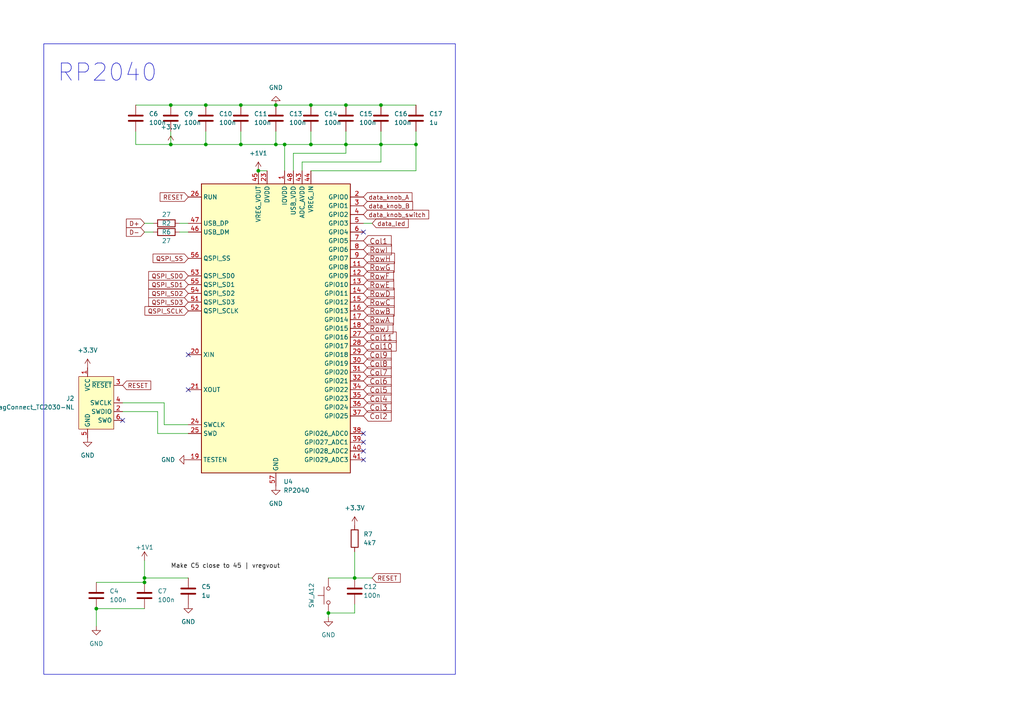
<source format=kicad_sch>
(kicad_sch (version 20230121) (generator eeschema)
  (paper "A4")
  (lib_symbols
    (symbol "Connector:Conn_ARM_SWD_TagConnect_TC2030-NL" (in_bom no)
      (property "Reference" "J" (at 2.54 11.43 0))
      (property "Value" "Conn_ARM_SWD_TagConnect_TC2030-NL" (at 2.54 8.89 0))
      (symbol "Conn_ARM_SWD_TagConnect_TC2030-NL_0_0"
        (pin power_in line (at -2.54 10.16 270) (length 2.54) (name "VCC") (number "1"))
        (pin bidirectional line (at 7.62 -2.54 180) (length 2.54) (name "SWDIO") (number "2"))
        (pin open_collector line (at 7.62 5.08 180) (length 2.54) (name "~{RESET}") (number "3"))
        (pin output line (at 7.62 0 180) (length 2.54) (name "SWCLK") (number "4"))
        (pin power_in line (at -2.54 -10.16 90) (length 2.54) (name "GND") (number "5"))
        (pin input line (at 7.62 -5.08 180) (length 2.54) (name "SWO") (number "6"))
      )
      (symbol "Conn_ARM_SWD_TagConnect_TC2030-NL_0_1"
        (rectangle (start -5.08 7.62) (end 5.08 -7.62) (fill (type background)))
      )
    )
    (symbol "Device:C" (pin_numbers hide) (pin_names (offset 0.254))
      (property "Reference" "C" (at 0.635 2.54 0))
      (property "Value" "C" (at 0.635 -2.54 0))
      (symbol "C_0_1"
        (polyline (pts (xy -2.032 -0.762) (xy 2.032 -0.762)) (stroke (width 0.508)))
        (polyline (pts (xy -2.032 0.762) (xy 2.032 0.762)) (stroke (width 0.508)))
      )
      (symbol "C_1_1"
        (pin passive line (at 0 3.81 270) (length 2.794) (name "~") (number "1"))
        (pin passive line (at 0 -3.81 90) (length 2.794) (name "~") (number "2"))
      )
    )
    (symbol "Device:R" (pin_numbers hide) (pin_names (offset 0))
      (property "Reference" "R" (at 2.032 0 90))
      (property "Value" "R" (at 0 0 90))
      (symbol "R_0_1"
        (rectangle (start -1.016 -2.54) (end 1.016 2.54) (stroke (width 0.254)))
      )
      (symbol "R_1_1"
        (pin passive line (at 0 3.81 270) (length 1.27) (name "~") (number "1"))
        (pin passive line (at 0 -3.81 90) (length 1.27) (name "~") (number "2"))
      )
    )
    (symbol "MCU_RaspberryPi:RP2040"
      (property "Reference" "U" (at 17.78 45.72 0))
      (property "Value" "RP2040" (at 17.78 43.18 0))
      (symbol "RP2040_0_1"
        (rectangle (start -21.59 41.91) (end 21.59 -41.91) (stroke (width 0.254)) (fill (type background)))
      )
      (symbol "RP2040_1_1"
        (pin power_in line (at 2.54 45.72 270) (length 3.81) (name "IOVDD") (number "1"))
        (pin passive line (at 2.54 45.72 270) (length 3.81) hide (name "IOVDD") (number "10"))
        (pin bidirectional line (at 25.4 17.78 180) (length 3.81) (name "GPIO8") (number "11"))
        (pin bidirectional line (at 25.4 15.24 180) (length 3.81) (name "GPIO9") (number "12"))
        (pin bidirectional line (at 25.4 12.7 180) (length 3.81) (name "GPIO10") (number "13"))
        (pin bidirectional line (at 25.4 10.16 180) (length 3.81) (name "GPIO11") (number "14"))
        (pin bidirectional line (at 25.4 7.62 180) (length 3.81) (name "GPIO12") (number "15"))
        (pin bidirectional line (at 25.4 5.08 180) (length 3.81) (name "GPIO13") (number "16"))
        (pin bidirectional line (at 25.4 2.54 180) (length 3.81) (name "GPIO14") (number "17"))
        (pin bidirectional line (at 25.4 0 180) (length 3.81) (name "GPIO15") (number "18"))
        (pin input line (at -25.4 -38.1 0) (length 3.81) (name "TESTEN") (number "19"))
        (pin bidirectional line (at 25.4 38.1 180) (length 3.81) (name "GPIO0") (number "2"))
        (pin input line (at -25.4 -7.62 0) (length 3.81) (name "XIN") (number "20"))
        (pin passive line (at -25.4 -17.78 0) (length 3.81) (name "XOUT") (number "21"))
        (pin passive line (at 2.54 45.72 270) (length 3.81) hide (name "IOVDD") (number "22"))
        (pin power_in line (at -2.54 45.72 270) (length 3.81) (name "DVDD") (number "23"))
        (pin input line (at -25.4 -27.94 0) (length 3.81) (name "SWCLK") (number "24"))
        (pin bidirectional line (at -25.4 -30.48 0) (length 3.81) (name "SWD") (number "25"))
        (pin input line (at -25.4 38.1 0) (length 3.81) (name "RUN") (number "26"))
        (pin bidirectional line (at 25.4 -2.54 180) (length 3.81) (name "GPIO16") (number "27"))
        (pin bidirectional line (at 25.4 -5.08 180) (length 3.81) (name "GPIO17") (number "28"))
        (pin bidirectional line (at 25.4 -7.62 180) (length 3.81) (name "GPIO18") (number "29"))
        (pin bidirectional line (at 25.4 35.56 180) (length 3.81) (name "GPIO1") (number "3"))
        (pin bidirectional line (at 25.4 -10.16 180) (length 3.81) (name "GPIO19") (number "30"))
        (pin bidirectional line (at 25.4 -12.7 180) (length 3.81) (name "GPIO20") (number "31"))
        (pin bidirectional line (at 25.4 -15.24 180) (length 3.81) (name "GPIO21") (number "32"))
        (pin passive line (at 2.54 45.72 270) (length 3.81) hide (name "IOVDD") (number "33"))
        (pin bidirectional line (at 25.4 -17.78 180) (length 3.81) (name "GPIO22") (number "34"))
        (pin bidirectional line (at 25.4 -20.32 180) (length 3.81) (name "GPIO23") (number "35"))
        (pin bidirectional line (at 25.4 -22.86 180) (length 3.81) (name "GPIO24") (number "36"))
        (pin bidirectional line (at 25.4 -25.4 180) (length 3.81) (name "GPIO25") (number "37"))
        (pin bidirectional line (at 25.4 -30.48 180) (length 3.81) (name "GPIO26_ADC0") (number "38"))
        (pin bidirectional line (at 25.4 -33.02 180) (length 3.81) (name "GPIO27_ADC1") (number "39"))
        (pin bidirectional line (at 25.4 33.02 180) (length 3.81) (name "GPIO2") (number "4"))
        (pin bidirectional line (at 25.4 -35.56 180) (length 3.81) (name "GPIO28_ADC2") (number "40"))
        (pin bidirectional line (at 25.4 -38.1 180) (length 3.81) (name "GPIO29_ADC3") (number "41"))
        (pin passive line (at 2.54 45.72 270) (length 3.81) hide (name "IOVDD") (number "42"))
        (pin power_in line (at 7.62 45.72 270) (length 3.81) (name "ADC_AVDD") (number "43"))
        (pin power_in line (at 10.16 45.72 270) (length 3.81) (name "VREG_IN") (number "44"))
        (pin power_out line (at -5.08 45.72 270) (length 3.81) (name "VREG_VOUT") (number "45"))
        (pin bidirectional line (at -25.4 27.94 0) (length 3.81) (name "USB_DM") (number "46"))
        (pin bidirectional line (at -25.4 30.48 0) (length 3.81) (name "USB_DP") (number "47"))
        (pin power_in line (at 5.08 45.72 270) (length 3.81) (name "USB_VDD") (number "48"))
        (pin passive line (at 2.54 45.72 270) (length 3.81) hide (name "IOVDD") (number "49"))
        (pin bidirectional line (at 25.4 30.48 180) (length 3.81) (name "GPIO3") (number "5"))
        (pin passive line (at -2.54 45.72 270) (length 3.81) hide (name "DVDD") (number "50"))
        (pin bidirectional line (at -25.4 7.62 0) (length 3.81) (name "QSPI_SD3") (number "51"))
        (pin output line (at -25.4 5.08 0) (length 3.81) (name "QSPI_SCLK") (number "52"))
        (pin bidirectional line (at -25.4 15.24 0) (length 3.81) (name "QSPI_SD0") (number "53"))
        (pin bidirectional line (at -25.4 10.16 0) (length 3.81) (name "QSPI_SD2") (number "54"))
        (pin bidirectional line (at -25.4 12.7 0) (length 3.81) (name "QSPI_SD1") (number "55"))
        (pin bidirectional line (at -25.4 20.32 0) (length 3.81) (name "QSPI_SS") (number "56"))
        (pin power_in line (at 0 -45.72 90) (length 3.81) (name "GND") (number "57"))
        (pin bidirectional line (at 25.4 27.94 180) (length 3.81) (name "GPIO4") (number "6"))
        (pin bidirectional line (at 25.4 25.4 180) (length 3.81) (name "GPIO5") (number "7"))
        (pin bidirectional line (at 25.4 22.86 180) (length 3.81) (name "GPIO6") (number "8"))
        (pin bidirectional line (at 25.4 20.32 180) (length 3.81) (name "GPIO7") (number "9"))
      )
    )
    (symbol "Switch:SW_Push" (pin_numbers hide) (pin_names (offset 1.016) hide)
      (property "Reference" "SW" (at 1.27 2.54 0))
      (property "Value" "SW_Push" (at 0 -1.524 0))
      (symbol "SW_Push_0_1"
        (circle (center -2.032 0) (radius 0.508))
        (polyline (pts (xy 0 1.27) (xy 0 3.048)))
        (polyline (pts (xy 2.54 1.27) (xy -2.54 1.27)))
        (circle (center 2.032 0) (radius 0.508))
        (pin passive line (at -5.08 0 0) (length 2.54) (name "1") (number "1"))
        (pin passive line (at 5.08 0 180) (length 2.54) (name "2") (number "2"))
      )
    )
    (symbol "power:+1V1" (power) (pin_names (offset 0))
      (property "Value" "+1V1" (at 0 3.556 0))
      (symbol "+1V1_0_1"
        (polyline (pts (xy -0.762 1.27) (xy 0 2.54)))
        (polyline (pts (xy 0 0) (xy 0 2.54)))
        (polyline (pts (xy 0 2.54) (xy 0.762 1.27)))
      )
      (symbol "+1V1_1_1"
        (pin power_in line (at 0 0 90) (length 0) hide (name "+1V1") (number "1"))
      )
    )
    (symbol "power:+3.3V" (power) (pin_names (offset 0))
      (property "Value" "+3.3V" (at 0 3.556 0))
      (symbol "+3.3V_0_1"
        (polyline (pts (xy -0.762 1.27) (xy 0 2.54)))
        (polyline (pts (xy 0 0) (xy 0 2.54)))
        (polyline (pts (xy 0 2.54) (xy 0.762 1.27)))
      )
      (symbol "+3.3V_1_1"
        (pin power_in line (at 0 0 90) (length 0) hide (name "+3.3V") (number "1"))
      )
    )
    (symbol "power:GND" (power) (pin_names (offset 0))
      (property "Value" "GND" (at 0 -3.81 0))
      (symbol "GND_0_1"
        (polyline (pts (xy 0 0) (xy 0 -1.27) (xy 1.27 -1.27) (xy 0 -2.54) (xy -1.27 -1.27) (xy 0 -1.27)))
      )
      (symbol "GND_1_1"
        (pin power_in line (at 0 0 270) (length 0) hide (name "GND") (number "1"))
      )
    )
  )
  (junction (at 90.17 30.48))
  (junction (at 27.94 176.53))
  (junction (at 100.33 30.48))
  (junction (at 69.85 30.48))
  (junction (at 41.91 167.64))
  (junction (at 100.33 41.91))
  (junction (at 49.53 41.91))
  (junction (at 80.01 30.48))
  (junction (at 80.01 41.91))
  (junction (at 102.87 167.64))
  (junction (at 59.69 41.91))
  (junction (at 59.69 30.48))
  (junction (at 82.55 41.91))
  (junction (at 90.17 41.91))
  (junction (at 49.53 30.48))
  (junction (at 120.65 41.91))
  (junction (at 95.25 177.8))
  (junction (at 110.49 41.91))
  (junction (at 74.93 49.53))
  (junction (at 41.91 168.91))
  (junction (at 110.49 30.48))
  (junction (at 69.85 41.91))
  (no_connect (at 54.61 102.87))
  (no_connect (at 105.41 133.35))
  (no_connect (at 105.41 128.27))
  (no_connect (at 105.41 130.81))
  (no_connect (at 54.61 113.03))
  (no_connect (at 105.41 67.31))
  (no_connect (at 105.41 125.73))
  (no_connect (at 35.56 121.92))
  (wire (pts (xy 41.91 64.77) (xy 44.45 64.77)))
  (wire (pts (xy 95.25 167.64) (xy 102.87 167.64)))
  (wire (pts (xy 59.69 30.48) (xy 69.85 30.48)))
  (wire (pts (xy 85.09 44.45) (xy 100.33 44.45)))
  (wire (pts (xy 45.72 119.38) (xy 45.72 125.73)))
  (wire (pts (xy 47.625 116.84) (xy 35.56 116.84)))
  (wire (pts (xy 90.17 41.91) (xy 100.33 41.91)))
  (wire (pts (xy 41.91 67.31) (xy 44.45 67.31)))
  (wire (pts (xy 87.63 49.53) (xy 87.63 46.99)))
  (wire (pts (xy 120.65 41.91) (xy 120.65 38.1)))
  (wire (pts (xy 120.65 49.53) (xy 120.65 41.91)))
  (wire (pts (xy 102.87 175.26) (xy 102.87 177.8)))
  (wire (pts (xy 27.94 168.91) (xy 41.91 168.91)))
  (wire (pts (xy 49.53 41.91) (xy 59.69 41.91)))
  (wire (pts (xy 90.17 41.91) (xy 90.17 38.1)))
  (wire (pts (xy 110.49 41.91) (xy 120.65 41.91)))
  (wire (pts (xy 52.07 67.31) (xy 54.61 67.31)))
  (wire (pts (xy 49.53 38.1) (xy 49.53 41.91)))
  (wire (pts (xy 54.61 123.19) (xy 47.625 123.19)))
  (wire (pts (xy 39.37 30.48) (xy 49.53 30.48)))
  (wire (pts (xy 69.85 41.91) (xy 80.01 41.91)))
  (wire (pts (xy 102.87 160.02) (xy 102.87 167.64)))
  (wire (pts (xy 69.85 38.1) (xy 69.85 41.91)))
  (wire (pts (xy 100.33 44.45) (xy 100.33 41.91)))
  (wire (pts (xy 41.91 167.64) (xy 41.91 168.91)))
  (wire (pts (xy 100.33 30.48) (xy 110.49 30.48)))
  (wire (pts (xy 102.87 167.64) (xy 107.95 167.64)))
  (wire (pts (xy 27.94 176.53) (xy 41.91 176.53)))
  (wire (pts (xy 49.53 30.48) (xy 59.69 30.48)))
  (wire (pts (xy 59.69 41.91) (xy 69.85 41.91)))
  (wire (pts (xy 59.69 38.1) (xy 59.69 41.91)))
  (wire (pts (xy 95.25 177.8) (xy 102.87 177.8)))
  (wire (pts (xy 110.49 41.91) (xy 110.49 38.1)))
  (wire (pts (xy 80.01 41.91) (xy 82.55 41.91)))
  (wire (pts (xy 100.33 41.91) (xy 110.49 41.91)))
  (wire (pts (xy 27.94 176.53) (xy 27.94 181.61)))
  (wire (pts (xy 54.61 167.64) (xy 41.91 167.64)))
  (wire (pts (xy 110.49 30.48) (xy 120.65 30.48)))
  (wire (pts (xy 110.49 46.99) (xy 110.49 41.91)))
  (wire (pts (xy 82.55 41.91) (xy 90.17 41.91)))
  (wire (pts (xy 35.56 119.38) (xy 45.72 119.38)))
  (wire (pts (xy 69.85 30.48) (xy 80.01 30.48)))
  (wire (pts (xy 95.25 177.8) (xy 95.25 179.07)))
  (wire (pts (xy 41.91 162.56) (xy 41.91 167.64)))
  (wire (pts (xy 82.55 49.53) (xy 82.55 41.91)))
  (wire (pts (xy 39.37 41.91) (xy 49.53 41.91)))
  (wire (pts (xy 90.17 49.53) (xy 120.65 49.53)))
  (wire (pts (xy 107.95 64.77) (xy 105.41 64.77)))
  (wire (pts (xy 52.07 64.77) (xy 54.61 64.77)))
  (wire (pts (xy 85.09 49.53) (xy 85.09 44.45)))
  (wire (pts (xy 80.01 30.48) (xy 90.17 30.48)))
  (wire (pts (xy 47.625 123.19) (xy 47.625 116.84)))
  (wire (pts (xy 45.72 125.73) (xy 54.61 125.73)))
  (wire (pts (xy 80.01 38.1) (xy 80.01 41.91)))
  (wire (pts (xy 90.17 30.48) (xy 100.33 30.48)))
  (wire (pts (xy 87.63 46.99) (xy 110.49 46.99)))
  (wire (pts (xy 74.93 49.53) (xy 77.47 49.53)))
  (wire (pts (xy 39.37 38.1) (xy 39.37 41.91)))
  (wire (pts (xy 100.33 41.91) (xy 100.33 38.1)))
  (rectangle (start 12.7 12.7) (end 132.08 195.58))
  (text "RP2040" (at 16.51 24.13 0) (effects (font (size 5 5)) (justify left bottom)))
  (label "Make C5 close to 45 | vregvout" (at 49.53 165.1 0))
  (global_label "RESET" (shape input) (at 35.56 111.76 0) (property "Intersheetrefs" "${INTERSHEET_REFS}" (effects hide)))
  (global_label "RowC" (shape input) (at 105.41 87.63 0) (effects (font (size 1.524 1.524))) (property "Intersheetrefs" "${INTERSHEET_REFS}" (effects hide)))
  (global_label "Col1" (shape input) (at 105.41 69.85 0) (effects (font (size 1.524 1.524))) (property "Intersheetrefs" "${INTERSHEET_REFS}" (effects hide)))
  (global_label "Col4" (shape input) (at 105.41 115.57 0) (effects (font (size 1.524 1.524))) (property "Intersheetrefs" "${INTERSHEET_REFS}" (effects hide)))
  (global_label "RESET" (shape input) (at 107.95 167.64 0) (property "Intersheetrefs" "${INTERSHEET_REFS}" (effects hide)))
  (global_label "data_knob_B" (shape input) (at 105.41 59.69 0) (property "Intersheetrefs" "${INTERSHEET_REFS}" (effects hide)))
  (global_label "QSPI_SD0" (shape input) (at 54.61 80.01 180) (property "Intersheetrefs" "${INTERSHEET_REFS}" (effects hide)))
  (global_label "data_knob_A" (shape input) (at 105.41 57.15 0) (property "Intersheetrefs" "${INTERSHEET_REFS}" (effects hide)))
  (global_label "RowG" (shape input) (at 105.41 77.47 0) (effects (font (size 1.524 1.524))) (property "Intersheetrefs" "${INTERSHEET_REFS}" (effects hide)))
  (global_label "RESET" (shape input) (at 54.61 57.15 180) (property "Intersheetrefs" "${INTERSHEET_REFS}" (effects hide)))
  (global_label "QSPI_SD3" (shape input) (at 54.61 87.63 180) (property "Intersheetrefs" "${INTERSHEET_REFS}" (effects hide)))
  (global_label "D+" (shape input) (at 41.91 64.77 180) (property "Intersheetrefs" "${INTERSHEET_REFS}" (effects hide)))
  (global_label "RowH" (shape input) (at 105.41 74.93 0) (effects (font (size 1.524 1.524))) (property "Intersheetrefs" "${INTERSHEET_REFS}" (effects hide)))
  (global_label "RowD" (shape input) (at 105.41 85.09 0) (effects (font (size 1.524 1.524))) (property "Intersheetrefs" "${INTERSHEET_REFS}" (effects hide)))
  (global_label "RowJ" (shape input) (at 105.41 95.25 0) (effects (font (size 1.524 1.524))) (property "Intersheetrefs" "${INTERSHEET_REFS}" (effects hide)))
  (global_label "Col9" (shape input) (at 105.41 102.87 0) (effects (font (size 1.524 1.524))) (property "Intersheetrefs" "${INTERSHEET_REFS}" (effects hide)))
  (global_label "QSPI_SD1" (shape input) (at 54.61 82.55 180) (property "Intersheetrefs" "${INTERSHEET_REFS}" (effects hide)))
  (global_label "Col3" (shape input) (at 105.41 118.11 0) (effects (font (size 1.524 1.524))) (property "Intersheetrefs" "${INTERSHEET_REFS}" (effects hide)))
  (global_label "Col5" (shape input) (at 105.41 113.03 0) (effects (font (size 1.524 1.524))) (property "Intersheetrefs" "${INTERSHEET_REFS}" (effects hide)))
  (global_label "RowI" (shape input) (at 105.41 72.39 0) (effects (font (size 1.524 1.524))) (property "Intersheetrefs" "${INTERSHEET_REFS}" (effects hide)))
  (global_label "Col10" (shape input) (at 105.41 100.33 0) (effects (font (size 1.524 1.524))) (property "Intersheetrefs" "${INTERSHEET_REFS}" (effects hide)))
  (global_label "Col11" (shape input) (at 105.41 97.79 0) (effects (font (size 1.524 1.524))) (property "Intersheetrefs" "${INTERSHEET_REFS}" (effects hide)))
  (global_label "RowE" (shape input) (at 105.41 82.55 0) (effects (font (size 1.524 1.524))) (property "Intersheetrefs" "${INTERSHEET_REFS}" (effects hide)))
  (global_label "RowF" (shape input) (at 105.41 80.01 0) (effects (font (size 1.524 1.524))) (property "Intersheetrefs" "${INTERSHEET_REFS}" (effects hide)))
  (global_label "Col7" (shape input) (at 105.41 107.95 0) (effects (font (size 1.524 1.524))) (property "Intersheetrefs" "${INTERSHEET_REFS}" (effects hide)))
  (global_label "data_knob_switch" (shape input) (at 105.41 62.23 0) (property "Intersheetrefs" "${INTERSHEET_REFS}" (effects hide)))
  (global_label "QSPI_SD2" (shape input) (at 54.61 85.09 180) (property "Intersheetrefs" "${INTERSHEET_REFS}" (effects hide)))
  (global_label "QSPI_SS" (shape input) (at 54.61 74.93 180) (property "Intersheetrefs" "${INTERSHEET_REFS}" (effects hide)))
  (global_label "QSPI_SCLK" (shape input) (at 54.61 90.17 180) (property "Intersheetrefs" "${INTERSHEET_REFS}" (effects hide)))
  (global_label "RowA" (shape input) (at 105.41 92.71 0) (effects (font (size 1.524 1.524))) (property "Intersheetrefs" "${INTERSHEET_REFS}" (effects hide)))
  (global_label "Col6" (shape input) (at 105.41 110.49 0) (effects (font (size 1.524 1.524))) (property "Intersheetrefs" "${INTERSHEET_REFS}" (effects hide)))
  (global_label "Col2" (shape input) (at 105.41 120.65 0) (effects (font (size 1.524 1.524))) (property "Intersheetrefs" "${INTERSHEET_REFS}" (effects hide)))
  (global_label "D-" (shape input) (at 41.91 67.31 180) (property "Intersheetrefs" "${INTERSHEET_REFS}" (effects hide)))
  (global_label "Col8" (shape input) (at 105.41 105.41 0) (effects (font (size 1.524 1.524))) (property "Intersheetrefs" "${INTERSHEET_REFS}" (effects hide)))
  (global_label "RowB" (shape input) (at 105.41 90.17 0) (effects (font (size 1.524 1.524))) (property "Intersheetrefs" "${INTERSHEET_REFS}" (effects hide)))
  (global_label "data_led" (shape input) (at 107.95 64.77 0) (property "Intersheetrefs" "${INTERSHEET_REFS}" (effects hide)))
  (symbol (lib_id "Device:C") (at 41.91 172.72 0) (unit 1)
    (property "Reference" "C7" (at 45.72 171.45 0) (effects (justify left)))
    (property "Value" "100n" (at 45.72 173.99 0) (effects (justify left)))
    (property "Footprint" "Capacitor_SMD:C_0603_1608Metric" (effects hide))
  )
  (symbol (lib_id "MCU_RaspberryPi:RP2040") (at 80.01 95.25 0) (unit 1)
    (property "Reference" "U4" (at 82.2041 139.7 0) (effects (justify left)))
    (property "Value" "RP2040" (at 82.2041 142.24 0) (effects (justify left)))
    (property "Footprint" "Package_DFN_QFN:QFN-56-1EP_7x7mm_P0.4mm_EP3.2x3.2mm" (effects hide))
    (property "Datasheet" "https://datasheets.raspberrypi.com/rp2040/rp2040-datasheet.pdf" (effects hide))
  )
  (symbol (lib_id "Device:R") (at 102.87 156.21 0) (unit 1)
    (property "Reference" "R7" (at 105.41 154.94 0) (effects (justify left)))
    (property "Value" "4k7" (at 105.41 157.48 0) (effects (justify left)))
    (property "Footprint" "Resistor_SMD:R_0603_1608Metric" (effects hide))
  )
  (symbol (lib_id "power:GND") (at 80.01 140.97 0) (unit 1)
    (property "Reference" "#PWR033" (effects hide))
    (property "Value" "GND" (at 80.01 146.05 0))
  )
  (symbol (lib_id "Device:C") (at 59.69 34.29 0) (unit 1)
    (property "Reference" "C10" (at 63.5 33.02 0) (effects (justify left)))
    (property "Value" "100n" (at 63.5 35.56 0) (effects (justify left)))
    (property "Footprint" "Capacitor_SMD:C_0603_1608Metric" (effects hide))
  )
  (symbol (lib_id "Switch:SW_Push") (at 95.25 172.72 90) (unit 1)
    (property "Reference" "SW_A12" (at 90.3478 172.72 0))
    (property "Value" "SW_Push" (effects hide))
    (property "Footprint" "custom_switch_smd:TS-1187A-B-A-B" (effects hide))
  )
  (symbol (lib_id "Device:C") (at 49.53 34.29 0) (unit 1)
    (property "Reference" "C9" (at 53.34 33.02 0) (effects (justify left)))
    (property "Value" "100n" (at 53.34 35.56 0) (effects (justify left)))
    (property "Footprint" "Capacitor_SMD:C_0603_1608Metric" (effects hide))
  )
  (symbol (lib_id "power:+1V1") (at 41.91 162.56 0) (unit 1)
    (property "Reference" "#PWR022" (effects hide))
    (property "Value" "+1V1" (at 41.91 158.75 0))
  )
  (symbol (lib_id "power:+3.3V") (at 49.53 41.91 0) (unit 1)
    (property "Reference" "#PWR024" (effects hide))
    (property "Value" "+3.3V" (at 49.53 36.83 0))
  )
  (symbol (lib_id "power:GND") (at 95.25 179.07 0) (unit 1)
    (property "Reference" "#PWR026" (effects hide))
    (property "Value" "GND" (at 95.25 184.15 0))
  )
  (symbol (lib_id "Device:C") (at 54.61 171.45 0) (unit 1)
    (property "Reference" "C5" (at 58.42 170.18 0) (effects (justify left)))
    (property "Value" "1u" (at 58.42 172.72 0) (effects (justify left)))
    (property "Footprint" "Capacitor_SMD:C_0603_1608Metric" (effects hide))
  )
  (symbol (lib_id "power:GND") (at 54.61 133.35 270) (unit 1)
    (property "Reference" "#PWR025" (effects hide))
    (property "Value" "GND" (at 50.8 133.35 90) (effects (justify right)))
  )
  (symbol (lib_id "power:+3.3V") (at 102.87 152.4 0) (unit 1)
    (property "Reference" "#PWR027" (effects hide))
    (property "Value" "+3.3V" (at 102.87 147.32 0))
  )
  (symbol (lib_id "power:+1V1") (at 74.93 49.53 0) (unit 1)
    (property "Reference" "#PWR028" (effects hide))
    (property "Value" "+1V1" (at 74.93 44.45 0))
  )
  (symbol (lib_id "Device:C") (at 27.94 172.72 0) (unit 1)
    (property "Reference" "C4" (at 31.75 171.45 0) (effects (justify left)))
    (property "Value" "100n" (at 31.75 173.99 0) (effects (justify left)))
    (property "Footprint" "Capacitor_SMD:C_0603_1608Metric" (effects hide))
  )
  (symbol (lib_id "Device:R") (at 48.26 64.77 90) (unit 1)
    (property "Reference" "R2" (at 48.26 64.77 90))
    (property "Value" "27" (at 48.26 62.23 90))
    (property "Footprint" "Resistor_SMD:R_0603_1608Metric" (effects hide))
  )
  (symbol (lib_id "Device:C") (at 69.85 34.29 0) (unit 1)
    (property "Reference" "C11" (at 73.66 33.02 0) (effects (justify left)))
    (property "Value" "100n" (at 73.66 35.56 0) (effects (justify left)))
    (property "Footprint" "Capacitor_SMD:C_0603_1608Metric" (effects hide))
  )
  (symbol (lib_id "Connector:Conn_ARM_SWD_TagConnect_TC2030-NL") (at 27.94 116.84 0) (unit 1) (in_bom no)
    (property "Reference" "J2" (at 21.59 115.57 0) (effects (justify right)))
    (property "Value" "Conn_ARM_SWD_TagConnect_TC2030-NL" (at 21.59 118.11 0) (effects (justify right)))
    (property "Footprint" "pads:Paw-Connect_RevB_TC2030-IDC-NL_2x03_P1.27mm_Vertical" (effects hide))
    (property "Datasheet" "https://www.tag-connect.com/wp-content/uploads/bsk-pdf-manager/TC2030-CTX_1.pdf" (effects hide))
  )
  (symbol (lib_id "Device:C") (at 110.49 34.29 0) (unit 1)
    (property "Reference" "C16" (at 114.3 33.02 0) (effects (justify left)))
    (property "Value" "100n" (at 114.3 35.56 0) (effects (justify left)))
    (property "Footprint" "Capacitor_SMD:C_0603_1608Metric" (effects hide))
  )
  (symbol (lib_id "power:GND") (at 80.01 30.48 180) (unit 1)
    (property "Reference" "#PWR029" (effects hide))
    (property "Value" "GND" (at 80.01 25.4 0))
  )
  (symbol (lib_id "Device:R") (at 48.26 67.31 90) (unit 1)
    (property "Reference" "R6" (at 48.26 67.31 90))
    (property "Value" "27" (at 48.26 69.85 90))
    (property "Footprint" "Resistor_SMD:R_0603_1608Metric" (effects hide))
  )
  (symbol (lib_id "Device:C") (at 102.87 171.45 0) (unit 1)
    (property "Reference" "C12" (at 105.41 170.18 0) (effects (justify left)))
    (property "Value" "100n" (at 105.41 172.72 0) (effects (justify left)))
    (property "Footprint" "Capacitor_SMD:C_0603_1608Metric" (effects hide))
  )
  (symbol (lib_id "power:GND") (at 27.94 181.61 0) (unit 1)
    (property "Reference" "#PWR013" (effects hide))
    (property "Value" "GND" (at 27.94 186.69 0))
  )
  (symbol (lib_id "Device:C") (at 80.01 34.29 0) (unit 1)
    (property "Reference" "C13" (at 83.82 33.02 0) (effects (justify left)))
    (property "Value" "100n" (at 83.82 35.56 0) (effects (justify left)))
    (property "Footprint" "Capacitor_SMD:C_0603_1608Metric" (effects hide))
  )
  (symbol (lib_id "Device:C") (at 100.33 34.29 0) (unit 1)
    (property "Reference" "C15" (at 104.14 33.02 0) (effects (justify left)))
    (property "Value" "100n" (at 104.14 35.56 0) (effects (justify left)))
    (property "Footprint" "Capacitor_SMD:C_0603_1608Metric" (effects hide))
  )
  (symbol (lib_id "power:+3.3V") (at 25.4 106.68 0) (mirror y) (unit 1)
    (property "Reference" "#PWR0249" (effects hide))
    (property "Value" "+3.3V" (at 25.4 101.6 0))
  )
  (symbol (lib_id "Device:C") (at 120.65 34.29 0) (unit 1)
    (property "Reference" "C17" (at 124.46 33.02 0) (effects (justify left)))
    (property "Value" "1u" (at 124.46 35.56 0) (effects (justify left)))
    (property "Footprint" "Capacitor_SMD:C_0603_1608Metric" (effects hide))
  )
  (symbol (lib_id "Device:C") (at 90.17 34.29 0) (unit 1)
    (property "Reference" "C14" (at 93.98 33.02 0) (effects (justify left)))
    (property "Value" "100n" (at 93.98 35.56 0) (effects (justify left)))
    (property "Footprint" "Capacitor_SMD:C_0603_1608Metric" (effects hide))
  )
  (symbol (lib_id "Device:C") (at 39.37 34.29 0) (unit 1)
    (property "Reference" "C6" (at 43.18 33.02 0) (effects (justify left)))
    (property "Value" "100n" (at 43.18 35.56 0) (effects (justify left)))
    (property "Footprint" "Capacitor_SMD:C_0603_1608Metric" (effects hide))
  )
  (symbol (lib_id "power:GND") (at 54.61 175.26 0) (unit 1)
    (property "Reference" "#PWR014" (effects hide))
    (property "Value" "GND" (at 54.61 180.34 0))
  )
  (symbol (lib_id "power:GND") (at 25.4 127 0) (unit 1)
    (property "Reference" "#PWR0248" (effects hide))
    (property "Value" "GND" (at 25.4 132.08 0))
  )
)
</source>
